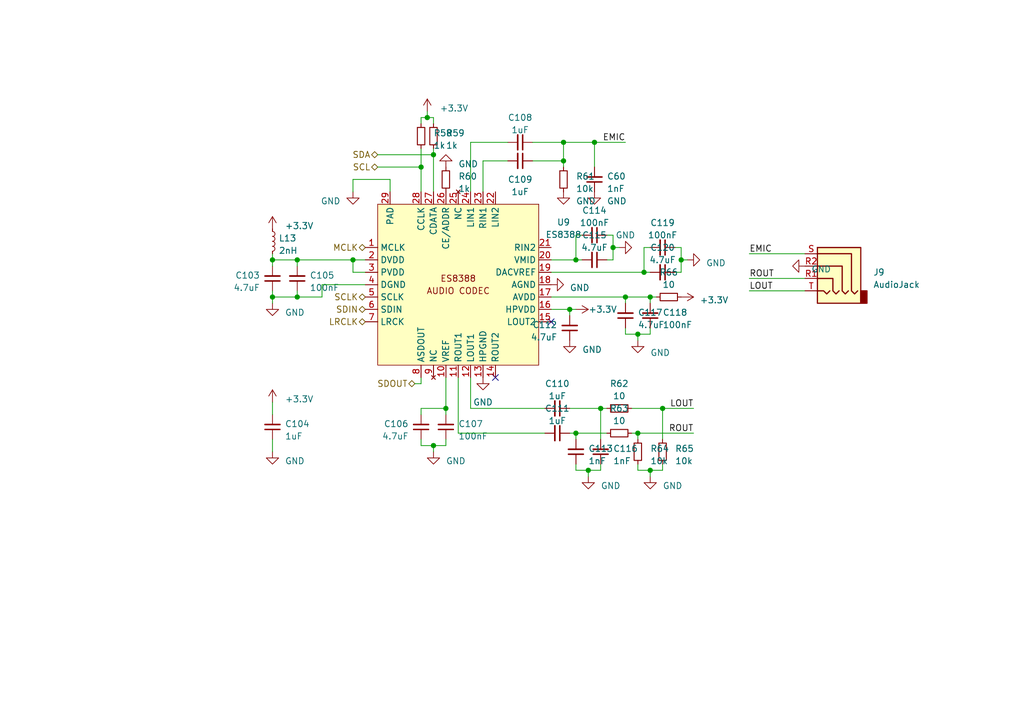
<source format=kicad_sch>
(kicad_sch (version 20230121) (generator eeschema)
  (paper "A5")
  (lib_symbols
    (symbol "Anh_Symbols:ES8388"
      (property "Reference" "U" (at 12.7 -19.05 0))
      (property "Value" "ES8388" (at 12.7 -21.59 0))
      (symbol "ES8388_0_0"
        (text "AUDIO CODEC" (at 0 -1.27 0) (effects (font (size 1.27 1.27))))
        (text "ES8388" (at 0 1.27 0) (effects (font (size 1.27 1.27))))
      )
      (symbol "ES8388_0_1"
        (rectangle (start -16.51 16.51) (end 16.51 -16.51) (fill (type background)))
      )
      (symbol "ES8388_1_1"
        (pin input line (at -19.05 7.62 0) (length 2.54) (name "MCLK") (number "1"))
        (pin power_in line (at -2.54 -19.05 90) (length 2.54) (name "VREF") (number "10"))
        (pin output line (at 0 -19.05 90) (length 2.54) (name "ROUT1") (number "11"))
        (pin output line (at 2.54 -19.05 90) (length 2.54) (name "LOUT1") (number "12"))
        (pin power_in line (at 5.08 -19.05 90) (length 2.54) (name "HPGND") (number "13"))
        (pin output line (at 7.62 -19.05 90) (length 2.54) (name "ROUT2") (number "14"))
        (pin output line (at 19.05 -7.62 180) (length 2.54) (name "LOUT2") (number "15"))
        (pin power_in line (at 19.05 -5.08 180) (length 2.54) (name "HPVDD") (number "16"))
        (pin power_in line (at 19.05 -2.54 180) (length 2.54) (name "AVDD") (number "17"))
        (pin power_in line (at 19.05 0 180) (length 2.54) (name "AGND") (number "18"))
        (pin power_in line (at 19.05 2.54 180) (length 2.54) (name "DACVREF") (number "19"))
        (pin power_in line (at -19.05 5.08 0) (length 2.54) (name "DVDD") (number "2"))
        (pin power_in line (at 19.05 5.08 180) (length 2.54) (name "VMID") (number "20"))
        (pin input line (at 19.05 7.62 180) (length 2.54) (name "RIN2") (number "21"))
        (pin input line (at 7.62 19.05 270) (length 2.54) (name "LIN2") (number "22"))
        (pin input line (at 5.08 19.05 270) (length 2.54) (name "RIN1") (number "23"))
        (pin input line (at 2.54 19.05 270) (length 2.54) (name "LIN1") (number "24"))
        (pin no_connect line (at 0 19.05 270) (length 2.54) (name "NC") (number "25"))
        (pin input line (at -2.54 19.05 270) (length 2.54) (name "CE/ADDR") (number "26"))
        (pin bidirectional line (at -5.08 19.05 270) (length 2.54) (name "CDATA") (number "27"))
        (pin bidirectional line (at -7.62 19.05 270) (length 2.54) (name "CCLK") (number "28"))
        (pin input line (at -13.97 19.05 270) (length 2.54) (name "PAD") (number "29"))
        (pin power_in line (at -19.05 2.54 0) (length 2.54) (name "PVDD") (number "3"))
        (pin input line (at -19.05 0 0) (length 2.54) (name "DGND") (number "4"))
        (pin bidirectional line (at -19.05 -2.54 0) (length 2.54) (name "SCLK") (number "5"))
        (pin input line (at -19.05 -5.08 0) (length 2.54) (name "SDIN") (number "6"))
        (pin input line (at -19.05 -7.62 0) (length 2.54) (name "LRCK") (number "7"))
        (pin output line (at -7.62 -19.05 90) (length 2.54) (name "ASDOUT") (number "8"))
        (pin no_connect line (at -5.08 -19.05 90) (length 2.54) (name "NC") (number "9"))
      )
    )
    (symbol "Connector:AudioJack4"
      (property "Reference" "J" (at 0 8.89 0))
      (property "Value" "AudioJack4" (at 0 6.35 0))
      (symbol "AudioJack4_0_1"
        (rectangle (start -6.35 -5.08) (end -7.62 -7.62) (stroke (width 0.254)) (fill (type outline)))
        (polyline (pts (xy 0 -5.08) (xy 0.635 -5.715) (xy 1.27 -5.08) (xy 2.54 -5.08)) (stroke (width 0.254)))
        (polyline (pts (xy -5.715 -5.08) (xy -5.08 -5.715) (xy -4.445 -5.08) (xy -4.445 2.54) (xy 2.54 2.54)) (stroke (width 0.254)))
        (polyline (pts (xy -1.905 -5.08) (xy -1.27 -5.715) (xy -0.635 -5.08) (xy -0.635 -2.54) (xy 2.54 -2.54)) (stroke (width 0.254)))
        (polyline (pts (xy 2.54 0) (xy -2.54 0) (xy -2.54 -5.08) (xy -3.175 -5.715) (xy -3.81 -5.08)) (stroke (width 0.254)))
        (rectangle (start 2.54 3.81) (end -6.35 -7.62) (stroke (width 0.254)) (fill (type background)))
      )
      (symbol "AudioJack4_1_1"
        (pin passive line (at 5.08 -2.54 180) (length 2.54) (name "~") (number "R1"))
        (pin passive line (at 5.08 0 180) (length 2.54) (name "~") (number "R2"))
        (pin passive line (at 5.08 2.54 180) (length 2.54) (name "~") (number "S"))
        (pin passive line (at 5.08 -5.08 180) (length 2.54) (name "~") (number "T"))
      )
    )
    (symbol "Device:C_Small" (pin_numbers hide) (pin_names (offset 0.254) hide)
      (property "Reference" "C" (at 0.254 1.778 0))
      (property "Value" "C_Small" (at 0.254 -2.032 0))
      (symbol "C_Small_0_1"
        (polyline (pts (xy -1.524 -0.508) (xy 1.524 -0.508)) (stroke (width 0.3302)))
        (polyline (pts (xy -1.524 0.508) (xy 1.524 0.508)) (stroke (width 0.3048)))
      )
      (symbol "C_Small_1_1"
        (pin passive line (at 0 2.54 270) (length 2.032) (name "~") (number "1"))
        (pin passive line (at 0 -2.54 90) (length 2.032) (name "~") (number "2"))
      )
    )
    (symbol "Device:L_Small" (pin_numbers hide) (pin_names (offset 0.254) hide)
      (property "Reference" "L" (at 0.762 1.016 0))
      (property "Value" "L_Small" (at 0.762 -1.016 0))
      (symbol "L_Small_0_1"
        (arc (start 0 -2.032) (mid 0.5058 -1.524) (end 0 -1.016))
        (arc (start 0 -1.016) (mid 0.5058 -0.508) (end 0 0))
        (arc (start 0 0) (mid 0.5058 0.508) (end 0 1.016))
        (arc (start 0 1.016) (mid 0.5058 1.524) (end 0 2.032))
      )
      (symbol "L_Small_1_1"
        (pin passive line (at 0 2.54 270) (length 0.508) (name "~") (number "1"))
        (pin passive line (at 0 -2.54 90) (length 0.508) (name "~") (number "2"))
      )
    )
    (symbol "Device:R_Small" (pin_numbers hide) (pin_names (offset 0.254) hide)
      (property "Reference" "R" (at 0.762 0.508 0))
      (property "Value" "R_Small" (at 0.762 -1.016 0))
      (symbol "R_Small_0_1"
        (rectangle (start -0.762 1.778) (end 0.762 -1.778) (stroke (width 0.2032)))
      )
      (symbol "R_Small_1_1"
        (pin passive line (at 0 2.54 270) (length 0.762) (name "~") (number "1"))
        (pin passive line (at 0 -2.54 90) (length 0.762) (name "~") (number "2"))
      )
    )
    (symbol "power:+3.3V" (power) (pin_names (offset 0))
      (property "Value" "+3.3V" (at 0 3.556 0))
      (symbol "+3.3V_0_1"
        (polyline (pts (xy -0.762 1.27) (xy 0 2.54)))
        (polyline (pts (xy 0 0) (xy 0 2.54)))
        (polyline (pts (xy 0 2.54) (xy 0.762 1.27)))
      )
      (symbol "+3.3V_1_1"
        (pin power_in line (at 0 0 90) (length 0) hide (name "+3.3V") (number "1"))
      )
    )
    (symbol "power:GND" (power) (pin_names (offset 0))
      (property "Value" "GND" (at 0 -3.81 0))
      (symbol "GND_0_1"
        (polyline (pts (xy 0 0) (xy 0 -1.27) (xy 1.27 -1.27) (xy 0 -2.54) (xy -1.27 -1.27) (xy 0 -1.27)))
      )
      (symbol "GND_1_1"
        (pin power_in line (at 0 0 270) (length 0) hide (name "GND") (number "1"))
      )
    )
  )
  (junction (at 60.96 53.34))
  (junction (at 139.7 53.34))
  (junction (at 88.9 91.44))
  (junction (at 116.84 63.5))
  (junction (at 86.36 34.29))
  (junction (at 60.96 60.96))
  (junction (at 133.35 96.52))
  (junction (at 123.19 83.82))
  (junction (at 130.81 88.9))
  (junction (at 130.81 68.58))
  (junction (at 132.08 55.88))
  (junction (at 125.73 50.8))
  (junction (at 118.11 53.34))
  (junction (at 121.92 29.21))
  (junction (at 55.88 60.96))
  (junction (at 133.35 60.96))
  (junction (at 115.57 33.02))
  (junction (at 115.57 29.21))
  (junction (at 128.27 60.96))
  (junction (at 55.88 53.34))
  (junction (at 87.63 24.13))
  (junction (at 118.11 88.9))
  (junction (at 135.89 83.82))
  (junction (at 72.39 53.34))
  (junction (at 91.44 83.82))
  (junction (at 120.65 96.52))
  (junction (at 88.9 31.75))
  (no_connect (at 101.6 77.47))
  (no_connect (at 113.03 66.04))
  (wire (pts (xy 93.98 77.47) (xy 93.98 88.9)))
  (wire (pts (xy 121.92 29.21) (xy 128.27 29.21)))
  (wire (pts (xy 55.88 60.96) (xy 55.88 62.23)))
  (wire (pts (xy 88.9 91.44) (xy 88.9 92.71)))
  (wire (pts (xy 116.84 83.82) (xy 123.19 83.82)))
  (wire (pts (xy 132.08 55.88) (xy 133.35 55.88)))
  (wire (pts (xy 113.03 53.34) (xy 118.11 53.34)))
  (wire (pts (xy 109.22 29.21) (xy 115.57 29.21)))
  (wire (pts (xy 80.01 36.83) (xy 80.01 39.37)))
  (wire (pts (xy 125.73 53.34) (xy 124.46 53.34)))
  (wire (pts (xy 115.57 33.02) (xy 115.57 34.29)))
  (wire (pts (xy 135.89 83.82) (xy 142.24 83.82)))
  (wire (pts (xy 91.44 90.17) (xy 91.44 91.44)))
  (wire (pts (xy 118.11 53.34) (xy 119.38 53.34)))
  (wire (pts (xy 128.27 60.96) (xy 133.35 60.96)))
  (wire (pts (xy 123.19 83.82) (xy 124.46 83.82)))
  (wire (pts (xy 86.36 30.48) (xy 86.36 34.29)))
  (wire (pts (xy 130.81 88.9) (xy 130.81 90.17)))
  (wire (pts (xy 130.81 68.58) (xy 133.35 68.58)))
  (wire (pts (xy 125.73 48.26) (xy 125.73 50.8)))
  (wire (pts (xy 72.39 36.83) (xy 80.01 36.83)))
  (wire (pts (xy 96.52 29.21) (xy 96.52 39.37)))
  (wire (pts (xy 113.03 55.88) (xy 132.08 55.88)))
  (wire (pts (xy 99.06 33.02) (xy 99.06 39.37)))
  (wire (pts (xy 128.27 67.31) (xy 128.27 68.58)))
  (wire (pts (xy 55.88 52.07) (xy 55.88 53.34)))
  (wire (pts (xy 133.35 62.23) (xy 133.35 60.96)))
  (wire (pts (xy 86.36 34.29) (xy 86.36 39.37)))
  (wire (pts (xy 72.39 55.88) (xy 74.93 55.88)))
  (wire (pts (xy 133.35 67.31) (xy 133.35 68.58)))
  (wire (pts (xy 120.65 96.52) (xy 123.19 96.52)))
  (wire (pts (xy 96.52 83.82) (xy 111.76 83.82)))
  (wire (pts (xy 91.44 77.47) (xy 91.44 83.82)))
  (wire (pts (xy 113.03 63.5) (xy 116.84 63.5)))
  (wire (pts (xy 165.1 57.15) (xy 153.67 57.15)))
  (wire (pts (xy 104.14 29.21) (xy 96.52 29.21)))
  (wire (pts (xy 86.36 24.13) (xy 86.36 25.4)))
  (wire (pts (xy 72.39 55.88) (xy 72.39 53.34)))
  (wire (pts (xy 91.44 85.09) (xy 91.44 83.82)))
  (wire (pts (xy 55.88 90.17) (xy 55.88 92.71)))
  (wire (pts (xy 120.65 96.52) (xy 120.65 97.79)))
  (wire (pts (xy 118.11 88.9) (xy 118.11 90.17)))
  (wire (pts (xy 88.9 30.48) (xy 88.9 31.75)))
  (wire (pts (xy 118.11 48.26) (xy 118.11 53.34)))
  (wire (pts (xy 113.03 60.96) (xy 128.27 60.96)))
  (wire (pts (xy 121.92 29.21) (xy 121.92 34.29)))
  (wire (pts (xy 129.54 83.82) (xy 135.89 83.82)))
  (wire (pts (xy 88.9 91.44) (xy 91.44 91.44)))
  (wire (pts (xy 133.35 96.52) (xy 135.89 96.52)))
  (wire (pts (xy 128.27 62.23) (xy 128.27 60.96)))
  (wire (pts (xy 116.84 88.9) (xy 118.11 88.9)))
  (wire (pts (xy 86.36 91.44) (xy 88.9 91.44)))
  (wire (pts (xy 85.09 78.74) (xy 86.36 78.74)))
  (wire (pts (xy 119.38 48.26) (xy 118.11 48.26)))
  (wire (pts (xy 88.9 31.75) (xy 88.9 39.37)))
  (wire (pts (xy 118.11 88.9) (xy 124.46 88.9)))
  (wire (pts (xy 72.39 39.37) (xy 72.39 36.83)))
  (wire (pts (xy 125.73 50.8) (xy 127 50.8)))
  (wire (pts (xy 86.36 78.74) (xy 86.36 77.47)))
  (wire (pts (xy 86.36 83.82) (xy 91.44 83.82)))
  (wire (pts (xy 133.35 96.52) (xy 133.35 97.79)))
  (wire (pts (xy 66.04 58.42) (xy 66.04 60.96)))
  (wire (pts (xy 60.96 54.61) (xy 60.96 53.34)))
  (wire (pts (xy 55.88 82.55) (xy 55.88 85.09)))
  (wire (pts (xy 135.89 96.52) (xy 135.89 95.25)))
  (wire (pts (xy 129.54 88.9) (xy 130.81 88.9)))
  (wire (pts (xy 60.96 60.96) (xy 66.04 60.96)))
  (wire (pts (xy 86.36 90.17) (xy 86.36 91.44)))
  (wire (pts (xy 135.89 83.82) (xy 135.89 90.17)))
  (wire (pts (xy 138.43 50.8) (xy 139.7 50.8)))
  (wire (pts (xy 55.88 54.61) (xy 55.88 53.34)))
  (wire (pts (xy 55.88 60.96) (xy 60.96 60.96)))
  (wire (pts (xy 104.14 33.02) (xy 99.06 33.02)))
  (wire (pts (xy 87.63 24.13) (xy 86.36 24.13)))
  (wire (pts (xy 139.7 55.88) (xy 138.43 55.88)))
  (wire (pts (xy 165.1 52.07) (xy 153.67 52.07)))
  (wire (pts (xy 60.96 59.69) (xy 60.96 60.96)))
  (wire (pts (xy 130.81 68.58) (xy 130.81 69.85)))
  (wire (pts (xy 55.88 59.69) (xy 55.88 60.96)))
  (wire (pts (xy 123.19 96.52) (xy 123.19 95.25)))
  (wire (pts (xy 77.47 31.75) (xy 88.9 31.75)))
  (wire (pts (xy 132.08 50.8) (xy 132.08 55.88)))
  (wire (pts (xy 96.52 77.47) (xy 96.52 83.82)))
  (wire (pts (xy 109.22 33.02) (xy 115.57 33.02)))
  (wire (pts (xy 66.04 58.42) (xy 74.93 58.42)))
  (wire (pts (xy 128.27 68.58) (xy 130.81 68.58)))
  (wire (pts (xy 88.9 25.4) (xy 88.9 24.13)))
  (wire (pts (xy 130.81 96.52) (xy 133.35 96.52)))
  (wire (pts (xy 123.19 83.82) (xy 123.19 90.17)))
  (wire (pts (xy 124.46 48.26) (xy 125.73 48.26)))
  (wire (pts (xy 139.7 53.34) (xy 139.7 55.88)))
  (wire (pts (xy 116.84 63.5) (xy 118.11 63.5)))
  (wire (pts (xy 115.57 29.21) (xy 121.92 29.21)))
  (wire (pts (xy 118.11 95.25) (xy 118.11 96.52)))
  (wire (pts (xy 133.35 60.96) (xy 134.62 60.96)))
  (wire (pts (xy 86.36 85.09) (xy 86.36 83.82)))
  (wire (pts (xy 72.39 53.34) (xy 74.93 53.34)))
  (wire (pts (xy 93.98 88.9) (xy 111.76 88.9)))
  (wire (pts (xy 125.73 50.8) (xy 125.73 53.34)))
  (wire (pts (xy 88.9 24.13) (xy 87.63 24.13)))
  (wire (pts (xy 115.57 33.02) (xy 115.57 29.21)))
  (wire (pts (xy 130.81 88.9) (xy 142.24 88.9)))
  (wire (pts (xy 130.81 95.25) (xy 130.81 96.52)))
  (wire (pts (xy 139.7 50.8) (xy 139.7 53.34)))
  (wire (pts (xy 139.7 53.34) (xy 140.97 53.34)))
  (wire (pts (xy 55.88 53.34) (xy 60.96 53.34)))
  (wire (pts (xy 87.63 22.86) (xy 87.63 24.13)))
  (wire (pts (xy 116.84 63.5) (xy 116.84 64.77)))
  (wire (pts (xy 77.47 34.29) (xy 86.36 34.29)))
  (wire (pts (xy 118.11 96.52) (xy 120.65 96.52)))
  (wire (pts (xy 165.1 59.69) (xy 153.67 59.69)))
  (wire (pts (xy 133.35 50.8) (xy 132.08 50.8)))
  (wire (pts (xy 60.96 53.34) (xy 72.39 53.34)))
  (label "EMIC" (at 153.67 52.07 0))
  (label "EMIC" (at 128.27 29.21 180))
  (label "ROUT" (at 153.67 57.15 0))
  (label "ROUT" (at 142.24 88.9 180))
  (label "LOUT" (at 142.24 83.82 180))
  (label "LOUT" (at 153.67 59.69 0))
  (hierarchical_label "SDA" (shape bidirectional) (at 77.47 31.75 180))
  (hierarchical_label "SCL" (shape bidirectional) (at 77.47 34.29 180))
  (hierarchical_label "SDOUT" (shape bidirectional) (at 85.09 78.74 180))
  (hierarchical_label "LRCLK" (shape bidirectional) (at 74.93 66.04 180))
  (hierarchical_label "SCLK" (shape bidirectional) (at 74.93 60.96 180))
  (hierarchical_label "MCLK" (shape bidirectional) (at 74.93 50.8 180))
  (hierarchical_label "SDIN" (shape bidirectional) (at 74.93 63.5 180))
  (symbol (lib_id "Device:C_Small") (at 91.44 87.63 180) (unit 1)
    (property "Reference" "C107" (at 93.98 86.9886 0) (effects (justify right)))
    (property "Value" "100nF" (at 93.98 89.5286 0) (effects (justify right)))
    (property "Footprint" "Anh_Footprints:C_0603" (effects hide))
  )
  (symbol (lib_id "Connector:AudioJack4") (at 170.18 54.61 0) (mirror y) (unit 1)
    (property "Reference" "J9" (at 179.07 55.88 0) (effects (justify right)))
    (property "Value" "AudioJack" (at 179.07 58.42 0) (effects (justify right)))
    (property "Footprint" "Anh_Footprints:AudioJack_3.5mm_PJ-320A" (effects hide))
  )
  (symbol (lib_id "Device:R_Small") (at 127 83.82 90) (unit 1)
    (property "Reference" "R62" (at 127 78.74 90))
    (property "Value" "10" (at 127 81.28 90))
    (property "Footprint" "Anh_Footprints:R_0603" (effects hide))
  )
  (symbol (lib_id "Device:R_Small") (at 86.36 27.94 180) (unit 1)
    (property "Reference" "R58" (at 88.9 27.305 0) (effects (justify right)))
    (property "Value" "1k" (at 88.9 29.845 0) (effects (justify right)))
    (property "Footprint" "Anh_Footprints:R_0603" (effects hide))
  )
  (symbol (lib_id "Device:C_Small") (at 86.36 87.63 180) (unit 1)
    (property "Reference" "C106" (at 83.82 86.9886 0) (effects (justify left)))
    (property "Value" "4.7uF" (at 83.82 89.5286 0) (effects (justify left)))
    (property "Footprint" "Anh_Footprints:C_0603" (effects hide))
  )
  (symbol (lib_id "power:GND") (at 55.88 92.71 0) (mirror y) (unit 1)
    (property "Reference" "#PWR0156" (effects hide))
    (property "Value" "GND" (at 58.42 94.615 0) (effects (justify right)))
  )
  (symbol (lib_id "power:+3.3V") (at 87.63 22.86 0) (unit 1)
    (property "Reference" "#PWR0158" (effects hide))
    (property "Value" "+3.3V" (at 90.17 22.225 0) (effects (justify left)))
  )
  (symbol (lib_id "Device:R_Small") (at 115.57 36.83 180) (unit 1)
    (property "Reference" "R61" (at 118.11 36.195 0) (effects (justify right)))
    (property "Value" "10k" (at 118.11 38.735 0) (effects (justify right)))
    (property "Footprint" "Anh_Footprints:R_0603" (effects hide))
  )
  (symbol (lib_id "Device:C_Small") (at 121.92 53.34 270) (unit 1)
    (property "Reference" "C115" (at 121.9136 48.26 90))
    (property "Value" "4.7uF" (at 121.9136 50.8 90))
    (property "Footprint" "Anh_Footprints:C_0603" (effects hide))
  )
  (symbol (lib_id "Device:C_Small") (at 118.11 92.71 180) (unit 1)
    (property "Reference" "C113" (at 120.65 92.0686 0) (effects (justify right)))
    (property "Value" "1nF" (at 120.65 94.6086 0) (effects (justify right)))
    (property "Footprint" "Anh_Footprints:C_0603" (effects hide))
  )
  (symbol (lib_id "power:+3.3V") (at 139.7 60.96 270) (unit 1)
    (property "Reference" "#PWR0170" (effects hide))
    (property "Value" "+3.3V" (at 143.51 61.595 90) (effects (justify left)))
  )
  (symbol (lib_id "power:GND") (at 113.03 58.42 90) (unit 1)
    (property "Reference" "#PWR0162" (effects hide))
    (property "Value" "GND" (at 116.84 59.055 90) (effects (justify right)))
  )
  (symbol (lib_id "Device:L_Small") (at 55.88 49.53 0) (unit 1)
    (property "Reference" "L13" (at 57.15 48.895 0) (effects (justify left)))
    (property "Value" "2nH" (at 57.15 51.435 0) (effects (justify left)))
    (property "Footprint" "Anh_Footprints:L_0603" (effects hide))
  )
  (symbol (lib_id "power:GND") (at 165.1 54.61 270) (mirror x) (unit 1)
    (property "Reference" "#PWR0172" (effects hide))
    (property "Value" "GND" (at 166.37 55.245 90) (effects (justify left)))
  )
  (symbol (lib_id "power:GND") (at 91.44 34.29 180) (unit 1)
    (property "Reference" "#PWR0160" (effects hide))
    (property "Value" "GND" (at 93.98 33.655 0) (effects (justify right)))
  )
  (symbol (lib_id "Device:R_Small") (at 130.81 92.71 180) (unit 1)
    (property "Reference" "R64" (at 133.35 92.075 0) (effects (justify right)))
    (property "Value" "10k" (at 133.35 94.615 0) (effects (justify right)))
    (property "Footprint" "Anh_Footprints:R_0603" (effects hide))
  )
  (symbol (lib_id "Device:C_Small") (at 55.88 87.63 180) (unit 1)
    (property "Reference" "C104" (at 58.42 86.9886 0) (effects (justify right)))
    (property "Value" "1uF" (at 58.42 89.5286 0) (effects (justify right)))
    (property "Footprint" "Anh_Footprints:C_0603" (effects hide))
  )
  (symbol (lib_id "Device:C_Small") (at 106.68 33.02 270) (unit 1)
    (property "Reference" "C109" (at 106.6736 36.83 90))
    (property "Value" "1uF" (at 106.6736 39.37 90))
    (property "Footprint" "Anh_Footprints:C_0603" (effects hide))
  )
  (symbol (lib_id "power:GND") (at 133.35 97.79 0) (unit 1)
    (property "Reference" "#PWR0169" (effects hide))
    (property "Value" "GND" (at 135.89 99.695 0) (effects (justify left)))
  )
  (symbol (lib_id "power:GND") (at 130.81 69.85 0) (unit 1)
    (property "Reference" "#PWR0168" (effects hide))
    (property "Value" "GND" (at 133.35 72.39 0) (effects (justify left)))
  )
  (symbol (lib_id "Device:R_Small") (at 135.89 92.71 180) (unit 1)
    (property "Reference" "R65" (at 138.43 92.075 0) (effects (justify right)))
    (property "Value" "10k" (at 138.43 94.615 0) (effects (justify right)))
    (property "Footprint" "Anh_Footprints:R_0603" (effects hide))
  )
  (symbol (lib_id "Device:C_Small") (at 133.35 64.77 180) (unit 1)
    (property "Reference" "C118" (at 135.89 64.1286 0) (effects (justify right)))
    (property "Value" "100nF" (at 135.89 66.6686 0) (effects (justify right)))
    (property "Footprint" "Anh_Footprints:C_0603" (effects hide))
  )
  (symbol (lib_id "power:GND") (at 121.92 39.37 0) (unit 1)
    (property "Reference" "#PWR0190" (effects hide))
    (property "Value" "GND" (at 124.46 41.275 0) (effects (justify left)))
  )
  (symbol (lib_id "Device:C_Small") (at 60.96 57.15 180) (unit 1)
    (property "Reference" "C105" (at 63.5 56.5086 0) (effects (justify right)))
    (property "Value" "100nF" (at 63.5 59.0486 0) (effects (justify right)))
    (property "Footprint" "Anh_Footprints:C_0603" (effects hide))
  )
  (symbol (lib_id "Device:R_Small") (at 91.44 36.83 180) (unit 1)
    (property "Reference" "R60" (at 93.98 36.195 0) (effects (justify right)))
    (property "Value" "1k" (at 93.98 38.735 0) (effects (justify right)))
    (property "Footprint" "Anh_Footprints:R_0603" (effects hide))
  )
  (symbol (lib_id "Device:C_Small") (at 106.68 29.21 270) (unit 1)
    (property "Reference" "C108" (at 106.6736 24.13 90))
    (property "Value" "1uF" (at 106.6736 26.67 90))
    (property "Footprint" "Anh_Footprints:C_0603" (effects hide))
  )
  (symbol (lib_id "power:+3.3V") (at 118.11 63.5 270) (unit 1)
    (property "Reference" "#PWR0165" (effects hide))
    (property "Value" "+3.3V" (at 120.65 63.5 90) (effects (justify left)))
  )
  (symbol (lib_id "power:GND") (at 55.88 62.23 0) (unit 1)
    (property "Reference" "#PWR0154" (effects hide))
    (property "Value" "GND" (at 58.42 64.135 0) (effects (justify left)))
  )
  (symbol (lib_id "power:+3.3V") (at 55.88 46.99 0) (unit 1)
    (property "Reference" "#PWR0153" (effects hide))
    (property "Value" "+3.3V" (at 58.42 46.355 0) (effects (justify left)))
  )
  (symbol (lib_id "power:+3.3V") (at 55.88 82.55 0) (unit 1)
    (property "Reference" "#PWR0155" (effects hide))
    (property "Value" "+3.3V" (at 58.42 81.915 0) (effects (justify left)))
  )
  (symbol (lib_id "Device:R_Small") (at 137.16 60.96 90) (unit 1)
    (property "Reference" "R66" (at 137.16 55.88 90))
    (property "Value" "10" (at 137.16 58.42 90))
    (property "Footprint" "Anh_Footprints:R_0603" (effects hide))
  )
  (symbol (lib_id "Anh_Symbols:ES8388") (at 93.98 58.42 0) (unit 1)
    (property "Reference" "U9" (at 115.57 45.6183 0))
    (property "Value" "ES8388" (at 115.57 48.1583 0))
    (property "Footprint" "Anh_Footprints:QFN-28_4x4_PAD-VIAS" (effects hide))
    (property "Datasheet" "https://www.alldatasheet.com/datasheet-pdf/pdf/1132934/EVEREST/ES8388.html" (effects hide))
  )
  (symbol (lib_id "Device:C_Small") (at 114.3 88.9 270) (unit 1)
    (property "Reference" "C111" (at 114.2936 83.82 90))
    (property "Value" "1uF" (at 114.2936 86.36 90))
    (property "Footprint" "Anh_Footprints:C_0603" (effects hide))
  )
  (symbol (lib_id "Device:C_Small") (at 123.19 92.71 180) (unit 1)
    (property "Reference" "C116" (at 125.73 92.0686 0) (effects (justify right)))
    (property "Value" "1nF" (at 125.73 94.6086 0) (effects (justify right)))
    (property "Footprint" "Anh_Footprints:C_0603" (effects hide))
  )
  (symbol (lib_id "power:GND") (at 127 50.8 90) (unit 1)
    (property "Reference" "#PWR0167" (effects hide))
    (property "Value" "GND" (at 128.27 48.26 90))
  )
  (symbol (lib_id "Device:R_Small") (at 127 88.9 90) (unit 1)
    (property "Reference" "R63" (at 127 83.82 90))
    (property "Value" "10" (at 127 86.36 90))
    (property "Footprint" "Anh_Footprints:R_0603" (effects hide))
  )
  (symbol (lib_id "Device:C_Small") (at 114.3 83.82 270) (unit 1)
    (property "Reference" "C110" (at 114.2936 78.74 90))
    (property "Value" "1uF" (at 114.2936 81.28 90))
    (property "Footprint" "Anh_Footprints:C_0603" (effects hide))
  )
  (symbol (lib_id "Device:C_Small") (at 135.89 50.8 270) (unit 1)
    (property "Reference" "C119" (at 135.8836 45.72 90))
    (property "Value" "100nF" (at 135.8836 48.26 90))
    (property "Footprint" "Anh_Footprints:C_0603" (effects hide))
  )
  (symbol (lib_id "power:GND") (at 120.65 97.79 0) (unit 1)
    (property "Reference" "#PWR0166" (effects hide))
    (property "Value" "GND" (at 123.19 99.695 0) (effects (justify left)))
  )
  (symbol (lib_id "power:GND") (at 140.97 53.34 90) (unit 1)
    (property "Reference" "#PWR0171" (effects hide))
    (property "Value" "GND" (at 144.78 53.975 90) (effects (justify right)))
  )
  (symbol (lib_id "Device:C_Small") (at 121.92 36.83 180) (unit 1)
    (property "Reference" "C60" (at 124.46 36.1886 0) (effects (justify right)))
    (property "Value" "1nF" (at 124.46 38.7286 0) (effects (justify right)))
    (property "Footprint" "Anh_Footprints:C_0603" (effects hide))
  )
  (symbol (lib_id "power:GND") (at 88.9 92.71 0) (unit 1)
    (property "Reference" "#PWR0159" (effects hide))
    (property "Value" "GND" (at 91.44 94.615 0) (effects (justify left)))
  )
  (symbol (lib_id "Device:C_Small") (at 128.27 64.77 180) (unit 1)
    (property "Reference" "C117" (at 130.81 64.1286 0) (effects (justify right)))
    (property "Value" "4.7uF" (at 130.81 66.6686 0) (effects (justify right)))
    (property "Footprint" "Anh_Footprints:C_0603" (effects hide))
  )
  (symbol (lib_id "Device:C_Small") (at 121.92 48.26 270) (unit 1)
    (property "Reference" "C114" (at 121.9136 43.18 90))
    (property "Value" "100nF" (at 121.9136 45.72 90))
    (property "Footprint" "Anh_Footprints:C_0603" (effects hide))
  )
  (symbol (lib_id "Device:C_Small") (at 55.88 57.15 180) (unit 1)
    (property "Reference" "C103" (at 53.34 56.5086 0) (effects (justify left)))
    (property "Value" "4.7uF" (at 53.34 59.0486 0) (effects (justify left)))
    (property "Footprint" "Anh_Footprints:C_0603" (effects hide))
  )
  (symbol (lib_id "power:GND") (at 99.06 77.47 0) (unit 1)
    (property "Reference" "#PWR0161" (effects hide))
    (property "Value" "GND" (at 99.06 82.55 0))
  )
  (symbol (lib_id "power:GND") (at 116.84 69.85 0) (unit 1)
    (property "Reference" "#PWR0164" (effects hide))
    (property "Value" "GND" (at 119.38 71.755 0) (effects (justify left)))
  )
  (symbol (lib_id "power:GND") (at 72.39 39.37 0) (unit 1)
    (property "Reference" "#PWR0157" (effects hide))
    (property "Value" "GND" (at 69.85 41.275 0) (effects (justify right)))
  )
  (symbol (lib_id "Device:R_Small") (at 88.9 27.94 180) (unit 1)
    (property "Reference" "R59" (at 91.44 27.305 0) (effects (justify right)))
    (property "Value" "1k" (at 91.44 29.845 0) (effects (justify right)))
    (property "Footprint" "Anh_Footprints:R_0603" (effects hide))
  )
  (symbol (lib_id "Device:C_Small") (at 135.89 55.88 270) (unit 1)
    (property "Reference" "C120" (at 135.8836 50.8 90))
    (property "Value" "4.7uF" (at 135.8836 53.34 90))
    (property "Footprint" "Anh_Footprints:C_0603" (effects hide))
  )
  (symbol (lib_id "power:GND") (at 115.57 39.37 0) (unit 1)
    (property "Reference" "#PWR0163" (effects hide))
    (property "Value" "GND" (at 118.11 41.275 0) (effects (justify left)))
  )
  (symbol (lib_id "Device:C_Small") (at 116.84 67.31 180) (unit 1)
    (property "Reference" "C112" (at 114.3 66.6686 0) (effects (justify left)))
    (property "Value" "4.7uF" (at 114.3 69.2086 0) (effects (justify left)))
    (property "Footprint" "Anh_Footprints:C_0603" (effects hide))
  )
)
</source>
